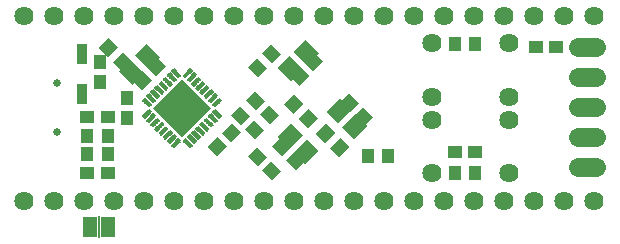
<source format=gbr>
G04 EAGLE Gerber RS-274X export*
G75*
%MOMM*%
%FSLAX34Y34*%
%LPD*%
%INSoldermask Bottom*%
%IPPOS*%
%AMOC8*
5,1,8,0,0,1.08239X$1,22.5*%
G01*
%ADD10R,1.201600X1.101600*%
%ADD11R,1.101600X1.201600*%
%ADD12C,0.651600*%
%ADD13R,0.901600X1.701600*%
%ADD14C,1.625600*%
%ADD15C,1.625600*%
%ADD16C,0.170934*%
%ADD17R,3.501600X3.501600*%
%ADD18R,1.401600X1.601600*%
%ADD19R,1.270000X1.701800*%
%ADD20R,0.152400X1.828800*%


D10*
G36*
X-26093Y68808D02*
X-17597Y60312D01*
X-25387Y52522D01*
X-33883Y61018D01*
X-26093Y68808D01*
G37*
G36*
X-38113Y80828D02*
X-29617Y72332D01*
X-37407Y64542D01*
X-45903Y73038D01*
X-38113Y80828D01*
G37*
D11*
G36*
X19830Y84386D02*
X12040Y92176D01*
X20536Y100672D01*
X28326Y92882D01*
X19830Y84386D01*
G37*
G36*
X31851Y72365D02*
X24061Y80155D01*
X32557Y88651D01*
X40347Y80861D01*
X31851Y72365D01*
G37*
G36*
X-33883Y160351D02*
X-26093Y168141D01*
X-17597Y159645D01*
X-25387Y151855D01*
X-33883Y160351D01*
G37*
G36*
X-45903Y148330D02*
X-38113Y156120D01*
X-29617Y147624D01*
X-37407Y139834D01*
X-45903Y148330D01*
G37*
D10*
G36*
X-5455Y77539D02*
X3041Y69043D01*
X-4749Y61253D01*
X-13245Y69749D01*
X-5455Y77539D01*
G37*
G36*
X-17476Y89560D02*
X-8980Y81064D01*
X-16770Y73274D01*
X-25266Y81770D01*
X-17476Y89560D01*
G37*
G36*
X1836Y152501D02*
X10332Y160997D01*
X18122Y153207D01*
X9626Y144711D01*
X1836Y152501D01*
G37*
G36*
X-10185Y140480D02*
X-1689Y148976D01*
X6101Y141186D01*
X-2395Y132690D01*
X-10185Y140480D01*
G37*
G36*
X51695Y114845D02*
X60191Y106349D01*
X52401Y98559D01*
X43905Y107055D01*
X51695Y114845D01*
G37*
G36*
X39674Y126866D02*
X48170Y118370D01*
X40380Y110580D01*
X31884Y119076D01*
X39674Y126866D01*
G37*
G36*
X-38995Y112167D02*
X-47491Y120663D01*
X-39701Y128453D01*
X-31205Y119957D01*
X-38995Y112167D01*
G37*
G36*
X-26974Y100147D02*
X-35470Y108643D01*
X-27680Y116433D01*
X-19184Y107937D01*
X-26974Y100147D01*
G37*
G36*
X-51695Y99467D02*
X-60191Y107963D01*
X-52401Y115753D01*
X-43905Y107257D01*
X-51695Y99467D01*
G37*
G36*
X-39674Y87447D02*
X-48170Y95943D01*
X-40380Y103733D01*
X-31884Y95237D01*
X-39674Y87447D01*
G37*
D11*
G36*
X-7157Y108992D02*
X-14947Y116782D01*
X-6451Y125278D01*
X1339Y117488D01*
X-7157Y108992D01*
G37*
G36*
X4864Y96972D02*
X-2926Y104762D01*
X5570Y113258D01*
X13360Y105468D01*
X4864Y96972D01*
G37*
D10*
X-164538Y58738D03*
X-181538Y58738D03*
X-164538Y106363D03*
X-181538Y106363D03*
D11*
X-181538Y74613D03*
X-164538Y74613D03*
X-181538Y90488D03*
X-164538Y90488D03*
X-148431Y105006D03*
X-148431Y122006D03*
D10*
G36*
X-68014Y92970D02*
X-59518Y101466D01*
X-51728Y93676D01*
X-60224Y85180D01*
X-68014Y92970D01*
G37*
G36*
X-80035Y80949D02*
X-71539Y89445D01*
X-63749Y81655D01*
X-72245Y73159D01*
X-80035Y80949D01*
G37*
G36*
X-127249Y137218D02*
X-135745Y128722D01*
X-143535Y136512D01*
X-135039Y145008D01*
X-127249Y137218D01*
G37*
G36*
X-115228Y149238D02*
X-123724Y140742D01*
X-131514Y148532D01*
X-123018Y157028D01*
X-115228Y149238D01*
G37*
D12*
X-207275Y135050D03*
X-207275Y93550D03*
D13*
X-185738Y125875D03*
X-185738Y159875D03*
D11*
X146613Y168275D03*
X129613Y168275D03*
D14*
X110363Y103569D03*
X110363Y58357D03*
X175387Y103569D03*
X175387Y58357D03*
X110363Y168656D03*
X110363Y123444D03*
X175387Y168656D03*
X175387Y123444D03*
D10*
X129613Y76200D03*
X146613Y76200D03*
D11*
X129613Y58738D03*
X146613Y58738D03*
D15*
X233680Y165100D02*
X248920Y165100D01*
X248920Y139700D02*
X233680Y139700D01*
X233680Y114300D02*
X248920Y114300D01*
X248920Y88900D02*
X233680Y88900D01*
X233680Y63500D02*
X248920Y63500D01*
D10*
X214875Y165100D03*
X197875Y165100D03*
D14*
X-234950Y192088D03*
X-209550Y192088D03*
X-184150Y192088D03*
X-158750Y192088D03*
X-133350Y192088D03*
X-107950Y192088D03*
X-82550Y192088D03*
X-57150Y192088D03*
X-31750Y192088D03*
X-6350Y192088D03*
X19050Y192088D03*
X44450Y192088D03*
X69850Y192088D03*
X95250Y192088D03*
X120650Y192088D03*
X146050Y192088D03*
X171450Y192088D03*
X196850Y192088D03*
X222250Y192088D03*
X247650Y192088D03*
X-234950Y34925D03*
X-209550Y34925D03*
X-184150Y34925D03*
X-158750Y34925D03*
X-133350Y34925D03*
X-107950Y34925D03*
X-82550Y34925D03*
X-57150Y34925D03*
X-31750Y34925D03*
X-6350Y34925D03*
X19050Y34925D03*
X44450Y34925D03*
X69850Y34925D03*
X95250Y34925D03*
X120650Y34925D03*
X146050Y34925D03*
X171450Y34925D03*
X196850Y34925D03*
X222250Y34925D03*
X247650Y34925D03*
D11*
X72794Y73025D03*
X55794Y73025D03*
D16*
X-103221Y85717D02*
X-108459Y80479D01*
X-109879Y81899D01*
X-104641Y87137D01*
X-103221Y85717D01*
X-106835Y82103D02*
X-109675Y82103D01*
X-108051Y83727D02*
X-105211Y83727D01*
X-106427Y85351D02*
X-103587Y85351D01*
X-104479Y86975D02*
X-104803Y86975D01*
X-106756Y89252D02*
X-111994Y84014D01*
X-113414Y85434D01*
X-108176Y90672D01*
X-106756Y89252D01*
X-110370Y85638D02*
X-113210Y85638D01*
X-111586Y87262D02*
X-108746Y87262D01*
X-109962Y88886D02*
X-107122Y88886D01*
X-108014Y90510D02*
X-108338Y90510D01*
X-110292Y92788D02*
X-115530Y87550D01*
X-116950Y88970D01*
X-111712Y94208D01*
X-110292Y92788D01*
X-113906Y89174D02*
X-116746Y89174D01*
X-115122Y90798D02*
X-112282Y90798D01*
X-113498Y92422D02*
X-110658Y92422D01*
X-111550Y94046D02*
X-111874Y94046D01*
X-113827Y96323D02*
X-119065Y91085D01*
X-120485Y92505D01*
X-115247Y97743D01*
X-113827Y96323D01*
X-117441Y92709D02*
X-120281Y92709D01*
X-118657Y94333D02*
X-115817Y94333D01*
X-117033Y95957D02*
X-114193Y95957D01*
X-115085Y97581D02*
X-115409Y97581D01*
X-117363Y99859D02*
X-122601Y94621D01*
X-124021Y96041D01*
X-118783Y101279D01*
X-117363Y99859D01*
X-120977Y96245D02*
X-123817Y96245D01*
X-122193Y97869D02*
X-119353Y97869D01*
X-120569Y99493D02*
X-117729Y99493D01*
X-118621Y101117D02*
X-118945Y101117D01*
X-120898Y103394D02*
X-126136Y98156D01*
X-127556Y99576D01*
X-122318Y104814D01*
X-120898Y103394D01*
X-124512Y99780D02*
X-127352Y99780D01*
X-125728Y101404D02*
X-122888Y101404D01*
X-124104Y103028D02*
X-121264Y103028D01*
X-122156Y104652D02*
X-122480Y104652D01*
X-124434Y106930D02*
X-129672Y101692D01*
X-131092Y103112D01*
X-125854Y108350D01*
X-124434Y106930D01*
X-128048Y103316D02*
X-130888Y103316D01*
X-129264Y104940D02*
X-126424Y104940D01*
X-127640Y106564D02*
X-124800Y106564D01*
X-125692Y108188D02*
X-126016Y108188D01*
X-127970Y110466D02*
X-133208Y105228D01*
X-134628Y106648D01*
X-129390Y111886D01*
X-127970Y110466D01*
X-131584Y106852D02*
X-134424Y106852D01*
X-132800Y108476D02*
X-129960Y108476D01*
X-131176Y110100D02*
X-128336Y110100D01*
X-129228Y111724D02*
X-129552Y111724D01*
X-98559Y139876D02*
X-93321Y145114D01*
X-98559Y139876D02*
X-99979Y141296D01*
X-94741Y146534D01*
X-93321Y145114D01*
X-96935Y141500D02*
X-99775Y141500D01*
X-98151Y143124D02*
X-95311Y143124D01*
X-96527Y144748D02*
X-93687Y144748D01*
X-94579Y146372D02*
X-94903Y146372D01*
X-89786Y141578D02*
X-95024Y136340D01*
X-96444Y137760D01*
X-91206Y142998D01*
X-89786Y141578D01*
X-93400Y137964D02*
X-96240Y137964D01*
X-94616Y139588D02*
X-91776Y139588D01*
X-92992Y141212D02*
X-90152Y141212D01*
X-91044Y142836D02*
X-91368Y142836D01*
X-86250Y138043D02*
X-91488Y132805D01*
X-92908Y134225D01*
X-87670Y139463D01*
X-86250Y138043D01*
X-89864Y134429D02*
X-92704Y134429D01*
X-91080Y136053D02*
X-88240Y136053D01*
X-89456Y137677D02*
X-86616Y137677D01*
X-87508Y139301D02*
X-87832Y139301D01*
X-82715Y134507D02*
X-87953Y129269D01*
X-89373Y130689D01*
X-84135Y135927D01*
X-82715Y134507D01*
X-86329Y130893D02*
X-89169Y130893D01*
X-87545Y132517D02*
X-84705Y132517D01*
X-85921Y134141D02*
X-83081Y134141D01*
X-83973Y135765D02*
X-84297Y135765D01*
X-79179Y130972D02*
X-84417Y125734D01*
X-85837Y127154D01*
X-80599Y132392D01*
X-79179Y130972D01*
X-82793Y127358D02*
X-85633Y127358D01*
X-84009Y128982D02*
X-81169Y128982D01*
X-82385Y130606D02*
X-79545Y130606D01*
X-80437Y132230D02*
X-80761Y132230D01*
X-75644Y127436D02*
X-80882Y122198D01*
X-82302Y123618D01*
X-77064Y128856D01*
X-75644Y127436D01*
X-79258Y123822D02*
X-82098Y123822D01*
X-80474Y125446D02*
X-77634Y125446D01*
X-78850Y127070D02*
X-76010Y127070D01*
X-76902Y128694D02*
X-77226Y128694D01*
X-72108Y123901D02*
X-77346Y118663D01*
X-78766Y120083D01*
X-73528Y125321D01*
X-72108Y123901D01*
X-75722Y120287D02*
X-78562Y120287D01*
X-76938Y121911D02*
X-74098Y121911D01*
X-75314Y123535D02*
X-72474Y123535D01*
X-73366Y125159D02*
X-73690Y125159D01*
X-68573Y120365D02*
X-73811Y115127D01*
X-75231Y116547D01*
X-69993Y121785D01*
X-68573Y120365D01*
X-72187Y116751D02*
X-75027Y116751D01*
X-73403Y118375D02*
X-70563Y118375D01*
X-71779Y119999D02*
X-68939Y119999D01*
X-69831Y121623D02*
X-70155Y121623D01*
X-73811Y111886D02*
X-68573Y106648D01*
X-69993Y105228D01*
X-75231Y110466D01*
X-73811Y111886D01*
X-71617Y106852D02*
X-68777Y106852D01*
X-70401Y108476D02*
X-73241Y108476D01*
X-72025Y110100D02*
X-74865Y110100D01*
X-73973Y111724D02*
X-73649Y111724D01*
X-77346Y108350D02*
X-72108Y103112D01*
X-73528Y101692D01*
X-78766Y106930D01*
X-77346Y108350D01*
X-75152Y103316D02*
X-72312Y103316D01*
X-73936Y104940D02*
X-76776Y104940D01*
X-75560Y106564D02*
X-78400Y106564D01*
X-77508Y108188D02*
X-77184Y108188D01*
X-80882Y104814D02*
X-75644Y99576D01*
X-77064Y98156D01*
X-82302Y103394D01*
X-80882Y104814D01*
X-78688Y99780D02*
X-75848Y99780D01*
X-77472Y101404D02*
X-80312Y101404D01*
X-79096Y103028D02*
X-81936Y103028D01*
X-81044Y104652D02*
X-80720Y104652D01*
X-84417Y101279D02*
X-79179Y96041D01*
X-80599Y94621D01*
X-85837Y99859D01*
X-84417Y101279D01*
X-82223Y96245D02*
X-79383Y96245D01*
X-81007Y97869D02*
X-83847Y97869D01*
X-82631Y99493D02*
X-85471Y99493D01*
X-84579Y101117D02*
X-84255Y101117D01*
X-87953Y97743D02*
X-82715Y92505D01*
X-84135Y91085D01*
X-89373Y96323D01*
X-87953Y97743D01*
X-85759Y92709D02*
X-82919Y92709D01*
X-84543Y94333D02*
X-87383Y94333D01*
X-86167Y95957D02*
X-89007Y95957D01*
X-88115Y97581D02*
X-87791Y97581D01*
X-91488Y94208D02*
X-86250Y88970D01*
X-87670Y87550D01*
X-92908Y92788D01*
X-91488Y94208D01*
X-89294Y89174D02*
X-86454Y89174D01*
X-88078Y90798D02*
X-90918Y90798D01*
X-89702Y92422D02*
X-92542Y92422D01*
X-91650Y94046D02*
X-91326Y94046D01*
X-95024Y90672D02*
X-89786Y85434D01*
X-91206Y84014D01*
X-96444Y89252D01*
X-95024Y90672D01*
X-92830Y85638D02*
X-89990Y85638D01*
X-91614Y87262D02*
X-94454Y87262D01*
X-93238Y88886D02*
X-96078Y88886D01*
X-95186Y90510D02*
X-94862Y90510D01*
X-98559Y87137D02*
X-93321Y81899D01*
X-94741Y80479D01*
X-99979Y85717D01*
X-98559Y87137D01*
X-96365Y82103D02*
X-93525Y82103D01*
X-95149Y83727D02*
X-97989Y83727D01*
X-96773Y85351D02*
X-99613Y85351D01*
X-98721Y86975D02*
X-98397Y86975D01*
X-127970Y116547D02*
X-133208Y121785D01*
X-127970Y116547D02*
X-129390Y115127D01*
X-134628Y120365D01*
X-133208Y121785D01*
X-131014Y116751D02*
X-128174Y116751D01*
X-129798Y118375D02*
X-132638Y118375D01*
X-131422Y119999D02*
X-134262Y119999D01*
X-133370Y121623D02*
X-133046Y121623D01*
X-129672Y125321D02*
X-124434Y120083D01*
X-125854Y118663D01*
X-131092Y123901D01*
X-129672Y125321D01*
X-127478Y120287D02*
X-124638Y120287D01*
X-126262Y121911D02*
X-129102Y121911D01*
X-127886Y123535D02*
X-130726Y123535D01*
X-129834Y125159D02*
X-129510Y125159D01*
X-126136Y128856D02*
X-120898Y123618D01*
X-122318Y122198D01*
X-127556Y127436D01*
X-126136Y128856D01*
X-123942Y123822D02*
X-121102Y123822D01*
X-122726Y125446D02*
X-125566Y125446D01*
X-124350Y127070D02*
X-127190Y127070D01*
X-126298Y128694D02*
X-125974Y128694D01*
X-122601Y132392D02*
X-117363Y127154D01*
X-118783Y125734D01*
X-124021Y130972D01*
X-122601Y132392D01*
X-120407Y127358D02*
X-117567Y127358D01*
X-119191Y128982D02*
X-122031Y128982D01*
X-120815Y130606D02*
X-123655Y130606D01*
X-122763Y132230D02*
X-122439Y132230D01*
X-119065Y135927D02*
X-113827Y130689D01*
X-115247Y129269D01*
X-120485Y134507D01*
X-119065Y135927D01*
X-116871Y130893D02*
X-114031Y130893D01*
X-115655Y132517D02*
X-118495Y132517D01*
X-117279Y134141D02*
X-120119Y134141D01*
X-119227Y135765D02*
X-118903Y135765D01*
X-115530Y139463D02*
X-110292Y134225D01*
X-111712Y132805D01*
X-116950Y138043D01*
X-115530Y139463D01*
X-113336Y134429D02*
X-110496Y134429D01*
X-112120Y136053D02*
X-114960Y136053D01*
X-113744Y137677D02*
X-116584Y137677D01*
X-115692Y139301D02*
X-115368Y139301D01*
X-111994Y142998D02*
X-106756Y137760D01*
X-108176Y136340D01*
X-113414Y141578D01*
X-111994Y142998D01*
X-109800Y137964D02*
X-106960Y137964D01*
X-108584Y139588D02*
X-111424Y139588D01*
X-110208Y141212D02*
X-113048Y141212D01*
X-112156Y142836D02*
X-111832Y142836D01*
X-108459Y146534D02*
X-103221Y141296D01*
X-104641Y139876D01*
X-109879Y145114D01*
X-108459Y146534D01*
X-106265Y141500D02*
X-103425Y141500D01*
X-105049Y143124D02*
X-107889Y143124D01*
X-106673Y144748D02*
X-109513Y144748D01*
X-108621Y146372D02*
X-108297Y146372D01*
D17*
G36*
X-101600Y138266D02*
X-76840Y113506D01*
X-101600Y88746D01*
X-126360Y113506D01*
X-101600Y138266D01*
G37*
D11*
X-170656Y152963D03*
X-170656Y135963D03*
G36*
X-164456Y156617D02*
X-172246Y164407D01*
X-163750Y172903D01*
X-155960Y165113D01*
X-164456Y156617D01*
G37*
G36*
X-152435Y144597D02*
X-160225Y152387D01*
X-151729Y160883D01*
X-143939Y153093D01*
X-152435Y144597D01*
G37*
D18*
G36*
X-133419Y143388D02*
X-143329Y133478D01*
X-154653Y144802D01*
X-144743Y154712D01*
X-133419Y143388D01*
G37*
G36*
X-119984Y156823D02*
X-129894Y146913D01*
X-141218Y158237D01*
X-131308Y168147D01*
X-119984Y156823D01*
G37*
D19*
X-179070Y12700D03*
X-163830Y12700D03*
D20*
X-171450Y12700D03*
D18*
G36*
X4250Y87243D02*
X14160Y77333D01*
X2836Y66009D01*
X-7074Y75919D01*
X4250Y87243D01*
G37*
G36*
X-9186Y100678D02*
X724Y90768D01*
X-10600Y79444D01*
X-20510Y89354D01*
X-9186Y100678D01*
G37*
G36*
X-7074Y161412D02*
X2836Y171322D01*
X14160Y159998D01*
X4250Y150088D01*
X-7074Y161412D01*
G37*
G36*
X-20510Y147977D02*
X-10600Y157887D01*
X724Y146563D01*
X-9186Y136653D01*
X-20510Y147977D01*
G37*
G36*
X45525Y108674D02*
X55435Y98764D01*
X44111Y87440D01*
X34201Y97350D01*
X45525Y108674D01*
G37*
G36*
X32090Y122110D02*
X42000Y112200D01*
X30676Y100876D01*
X20766Y110786D01*
X32090Y122110D01*
G37*
M02*

</source>
